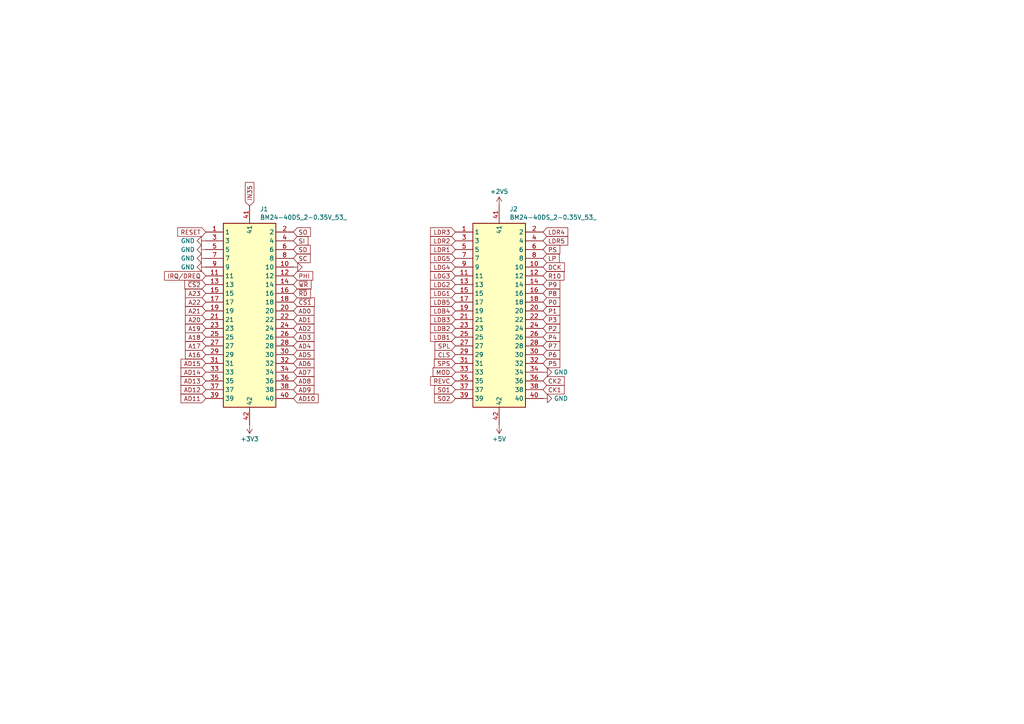
<source format=kicad_sch>
(kicad_sch (version 20231120) (generator "eeschema") (generator_version "8.0")
  (paper "A4")
  (lib_symbols
    (symbol "BM24-40DS_2-0.35V_53__1"
      (property "Reference" "J1" (at 0.9355 3.0165 90))
      (property "Value" "BM24-40DS_2-0.35V_53_" (at 3.3598 3.0165 90))
      (symbol "BM24-40DS_2-0.35V_53__1_1_1"
        (rectangle (start 5.08 7.62) (end 58.42 -7.62) (stroke (width 0.254)) (fill (type background)))
        (pin passive line (at 7.62 -12.7 90) (length 5.08) (name "1") (number "1"))
        (pin passive line (at 17.78 12.7 270) (length 5.08) (name "10") (number "10"))
        (pin passive line (at 20.32 -12.7 90) (length 5.08) (name "11") (number "11"))
        (pin passive line (at 20.32 12.7 270) (length 5.08) (name "12") (number "12"))
        (pin passive line (at 22.86 -12.7 90) (length 5.08) (name "13") (number "13"))
        (pin passive line (at 22.86 12.7 270) (length 5.08) (name "14") (number "14"))
        (pin passive line (at 25.4 -12.7 90) (length 5.08) (name "15") (number "15"))
        (pin passive line (at 25.4 12.7 270) (length 5.08) (name "16") (number "16"))
        (pin passive line (at 27.94 -12.7 90) (length 5.08) (name "17") (number "17"))
        (pin passive line (at 27.94 12.7 270) (length 5.08) (name "18") (number "18"))
        (pin passive line (at 30.48 -12.7 90) (length 5.08) (name "19") (number "19"))
        (pin passive line (at 7.62 12.7 270) (length 5.08) (name "2") (number "2"))
        (pin passive line (at 30.48 12.7 270) (length 5.08) (name "20") (number "20"))
        (pin passive line (at 33.02 -12.7 90) (length 5.08) (name "21") (number "21"))
        (pin passive line (at 33.02 12.7 270) (length 5.08) (name "22") (number "22"))
        (pin passive line (at 35.56 -12.7 90) (length 5.08) (name "23") (number "23"))
        (pin passive line (at 35.56 12.7 270) (length 5.08) (name "24") (number "24"))
        (pin passive line (at 38.1 -12.7 90) (length 5.08) (name "25") (number "25"))
        (pin passive line (at 38.1 12.7 270) (length 5.08) (name "26") (number "26"))
        (pin passive line (at 40.64 -12.7 90) (length 5.08) (name "27") (number "27"))
        (pin passive line (at 40.64 12.7 270) (length 5.08) (name "28") (number "28"))
        (pin passive line (at 43.18 -12.7 90) (length 5.08) (name "29") (number "29"))
        (pin passive line (at 10.16 -12.7 90) (length 5.08) (name "3") (number "3"))
        (pin passive line (at 43.18 12.7 270) (length 5.08) (name "30") (number "30"))
        (pin passive line (at 45.72 -12.7 90) (length 5.08) (name "31") (number "31"))
        (pin passive line (at 45.72 12.7 270) (length 5.08) (name "32") (number "32"))
        (pin passive line (at 48.26 -12.7 90) (length 5.08) (name "33") (number "33"))
        (pin passive line (at 48.26 12.7 270) (length 5.08) (name "34") (number "34"))
        (pin passive line (at 50.8 -12.7 90) (length 5.08) (name "35") (number "35"))
        (pin passive line (at 50.8 12.7 270) (length 5.08) (name "36") (number "36"))
        (pin passive line (at 53.34 -12.7 90) (length 5.08) (name "37") (number "37"))
        (pin passive line (at 53.34 12.7 270) (length 5.08) (name "38") (number "38"))
        (pin passive line (at 55.88 -12.7 90) (length 5.08) (name "39") (number "39"))
        (pin passive line (at 10.16 12.7 270) (length 5.08) (name "4") (number "4"))
        (pin passive line (at 55.88 12.7 270) (length 5.08) (name "40") (number "40"))
        (pin passive line (at 0 0 0) (length 5.08) (name "41") (number "41"))
        (pin passive line (at 63.5 0 180) (length 5.08) (name "42") (number "42"))
        (pin passive line (at 12.7 -12.7 90) (length 5.08) (name "5") (number "5"))
        (pin passive line (at 12.7 12.7 270) (length 5.08) (name "6") (number "6"))
        (pin passive line (at 15.24 -12.7 90) (length 5.08) (name "7") (number "7"))
        (pin passive line (at 15.24 12.7 270) (length 5.08) (name "8") (number "8"))
        (pin passive line (at 17.78 -12.7 90) (length 5.08) (name "9") (number "9"))
      )
    )
    (symbol "power:+2V5" (power) (pin_numbers hide) (pin_names (offset 0) hide)
      (property "Value" "+2V5" (at 0 3.556 0))
      (symbol "+2V5_0_1"
        (polyline (pts (xy -0.762 1.27) (xy 0 2.54)))
        (polyline (pts (xy 0 0) (xy 0 2.54)))
        (polyline (pts (xy 0 2.54) (xy 0.762 1.27)))
      )
      (symbol "+2V5_1_1"
        (pin power_in line (at 0 0 90) (length 0) (name "~") (number "1"))
      )
    )
    (symbol "power:+3V3" (power) (pin_numbers hide) (pin_names (offset 0) hide)
      (property "Value" "+3V3" (at 0 3.556 0))
      (symbol "+3V3_0_1"
        (polyline (pts (xy -0.762 1.27) (xy 0 2.54)))
        (polyline (pts (xy 0 0) (xy 0 2.54)))
        (polyline (pts (xy 0 2.54) (xy 0.762 1.27)))
      )
      (symbol "+3V3_1_1"
        (pin power_in line (at 0 0 90) (length 0) (name "~") (number "1"))
      )
    )
    (symbol "power:+5V" (power) (pin_numbers hide) (pin_names (offset 0) hide)
      (property "Value" "+5V" (at 0 3.556 0))
      (symbol "+5V_0_1"
        (polyline (pts (xy -0.762 1.27) (xy 0 2.54)))
        (polyline (pts (xy 0 0) (xy 0 2.54)))
        (polyline (pts (xy 0 2.54) (xy 0.762 1.27)))
      )
      (symbol "+5V_1_1"
        (pin power_in line (at 0 0 90) (length 0) (name "~") (number "1"))
      )
    )
    (symbol "power:GND" (power) (pin_numbers hide) (pin_names (offset 0) hide)
      (property "Value" "GND" (at 0 -3.81 0))
      (symbol "GND_0_1"
        (polyline (pts (xy 0 0) (xy 0 -1.27) (xy 1.27 -1.27) (xy 0 -2.54) (xy -1.27 -1.27) (xy 0 -1.27)))
      )
      (symbol "GND_1_1"
        (pin power_in line (at 0 0 270) (length 0) (name "~") (number "1"))
      )
    )
  )
  (global_label "P9" (shape input) (at 157.48 82.55 0) (property "Intersheetrefs" "${INTERSHEET_REFS}" (effects (hide yes))))
  (global_label "A23" (shape input) (at 59.69 85.09 180) (property "Intersheetrefs" "${INTERSHEET_REFS}" (effects (hide yes))))
  (global_label "S02" (shape input) (at 132.08 115.57 180) (property "Intersheetrefs" "${INTERSHEET_REFS}" (effects (hide yes))))
  (global_label "LDR3" (shape input) (at 132.08 67.31 180) (property "Intersheetrefs" "${INTERSHEET_REFS}" (effects (hide yes))))
  (global_label "P4" (shape input) (at 157.48 97.79 0) (property "Intersheetrefs" "${INTERSHEET_REFS}" (effects (hide yes))))
  (global_label "A20" (shape input) (at 59.69 92.71 180) (property "Intersheetrefs" "${INTERSHEET_REFS}" (effects (hide yes))))
  (global_label "LDB5" (shape input) (at 132.08 87.63 180) (property "Intersheetrefs" "${INTERSHEET_REFS}" (effects (hide yes))))
  (global_label "LDG5" (shape input) (at 132.08 74.93 180) (property "Intersheetrefs" "${INTERSHEET_REFS}" (effects (hide yes))))
  (global_label "MOD" (shape input) (at 132.08 107.95 180) (property "Intersheetrefs" "${INTERSHEET_REFS}" (effects (hide yes))))
  (global_label "~{RD}" (shape input) (at 85.09 85.09 0) (property "Intersheetrefs" "${INTERSHEET_REFS}" (effects (hide yes))))
  (global_label "SD" (shape input) (at 85.09 72.39 0) (property "Intersheetrefs" "${INTERSHEET_REFS}" (effects (hide yes))))
  (global_label "AD3" (shape input) (at 85.09 97.79 0) (property "Intersheetrefs" "${INTERSHEET_REFS}" (effects (hide yes))))
  (global_label "PHI" (shape input) (at 85.09 80.01 0) (property "Intersheetrefs" "${INTERSHEET_REFS}" (effects (hide yes))))
  (global_label "LDB3" (shape input) (at 132.08 92.71 180) (property "Intersheetrefs" "${INTERSHEET_REFS}" (effects (hide yes))))
  (global_label "CK1" (shape input) (at 157.48 113.03 0) (property "Intersheetrefs" "${INTERSHEET_REFS}" (effects (hide yes))))
  (global_label "A16" (shape input) (at 59.69 102.87 180) (property "Intersheetrefs" "${INTERSHEET_REFS}" (effects (hide yes))))
  (global_label "AD6" (shape input) (at 85.09 105.41 0) (property "Intersheetrefs" "${INTERSHEET_REFS}" (effects (hide yes))))
  (global_label "AD9" (shape input) (at 85.09 113.03 0) (property "Intersheetrefs" "${INTERSHEET_REFS}" (effects (hide yes))))
  (global_label "AD0" (shape input) (at 85.09 90.17 0) (property "Intersheetrefs" "${INTERSHEET_REFS}" (effects (hide yes))))
  (global_label "~{CS2}" (shape input) (at 59.69 82.55 180) (property "Intersheetrefs" "${INTERSHEET_REFS}" (effects (hide yes))))
  (global_label "DCK" (shape input) (at 157.48 77.47 0) (property "Intersheetrefs" "${INTERSHEET_REFS}" (effects (hide yes))))
  (global_label "LDB2" (shape input) (at 132.08 95.25 180) (property "Intersheetrefs" "${INTERSHEET_REFS}" (effects (hide yes))))
  (global_label "~{CS1}" (shape input) (at 85.09 87.63 0) (property "Intersheetrefs" "${INTERSHEET_REFS}" (effects (hide yes))))
  (global_label "LDR5" (shape input) (at 157.48 69.85 0) (property "Intersheetrefs" "${INTERSHEET_REFS}" (effects (hide yes))))
  (global_label "AD8" (shape input) (at 85.09 110.49 0) (property "Intersheetrefs" "${INTERSHEET_REFS}" (effects (hide yes))))
  (global_label "A18" (shape input) (at 59.69 97.79 180) (property "Intersheetrefs" "${INTERSHEET_REFS}" (effects (hide yes))))
  (global_label "AD12" (shape input) (at 59.69 113.03 180) (property "Intersheetrefs" "${INTERSHEET_REFS}" (effects (hide yes))))
  (global_label "AD14" (shape input) (at 59.69 107.95 180) (property "Intersheetrefs" "${INTERSHEET_REFS}" (effects (hide yes))))
  (global_label "SO" (shape input) (at 85.09 67.31 0) (property "Intersheetrefs" "${INTERSHEET_REFS}" (effects (hide yes))))
  (global_label "LDG4" (shape input) (at 132.08 77.47 180) (property "Intersheetrefs" "${INTERSHEET_REFS}" (effects (hide yes))))
  (global_label "LDR4" (shape input) (at 157.48 67.31 0) (property "Intersheetrefs" "${INTERSHEET_REFS}" (effects (hide yes))))
  (global_label "REVC" (shape input) (at 132.08 110.49 180) (property "Intersheetrefs" "${INTERSHEET_REFS}" (effects (hide yes))))
  (global_label "AD15" (shape input) (at 59.69 105.41 180) (property "Intersheetrefs" "${INTERSHEET_REFS}" (effects (hide yes))))
  (global_label "P1" (shape input) (at 157.48 90.17 0) (property "Intersheetrefs" "${INTERSHEET_REFS}" (effects (hide yes))))
  (global_label "AD1" (shape input) (at 85.09 92.71 0) (property "Intersheetrefs" "${INTERSHEET_REFS}" (effects (hide yes))))
  (global_label "P5" (shape input) (at 157.48 105.41 0) (property "Intersheetrefs" "${INTERSHEET_REFS}" (effects (hide yes))))
  (global_label "AD4" (shape input) (at 85.09 100.33 0) (property "Intersheetrefs" "${INTERSHEET_REFS}" (effects (hide yes))))
  (global_label "LDG1" (shape input) (at 132.08 85.09 180) (property "Intersheetrefs" "${INTERSHEET_REFS}" (effects (hide yes))))
  (global_label "LDR2" (shape input) (at 132.08 69.85 180) (property "Intersheetrefs" "${INTERSHEET_REFS}" (effects (hide yes))))
  (global_label "RESET" (shape input) (at 59.69 67.31 180) (property "Intersheetrefs" "${INTERSHEET_REFS}" (effects (hide yes))))
  (global_label "LDB1" (shape input) (at 132.08 97.79 180) (property "Intersheetrefs" "${INTERSHEET_REFS}" (effects (hide yes))))
  (global_label "SI" (shape input) (at 85.09 69.85 0) (property "Intersheetrefs" "${INTERSHEET_REFS}" (effects (hide yes))))
  (global_label "P0" (shape input) (at 157.48 87.63 0) (property "Intersheetrefs" "${INTERSHEET_REFS}" (effects (hide yes))))
  (global_label "P2" (shape input) (at 157.48 95.25 0) (property "Intersheetrefs" "${INTERSHEET_REFS}" (effects (hide yes))))
  (global_label "CK2" (shape input) (at 157.48 110.49 0) (property "Intersheetrefs" "${INTERSHEET_REFS}" (effects (hide yes))))
  (global_label "SC" (shape input) (at 85.09 74.93 0) (property "Intersheetrefs" "${INTERSHEET_REFS}" (effects (hide yes))))
  (global_label "AD13" (shape input) (at 59.69 110.49 180) (property "Intersheetrefs" "${INTERSHEET_REFS}" (effects (hide yes))))
  (global_label "CLS" (shape input) (at 132.08 102.87 180) (property "Intersheetrefs" "${INTERSHEET_REFS}" (effects (hide yes))))
  (global_label "AD2" (shape input) (at 85.09 95.25 0) (property "Intersheetrefs" "${INTERSHEET_REFS}" (effects (hide yes))))
  (global_label "A21" (shape input) (at 59.69 90.17 180) (property "Intersheetrefs" "${INTERSHEET_REFS}" (effects (hide yes))))
  (global_label "P3" (shape input) (at 157.48 92.71 0) (property "Intersheetrefs" "${INTERSHEET_REFS}" (effects (hide yes))))
  (global_label "AD7" (shape input) (at 85.09 107.95 0) (property "Intersheetrefs" "${INTERSHEET_REFS}" (effects (hide yes))))
  (global_label "A22" (shape input) (at 59.69 87.63 180) (property "Intersheetrefs" "${INTERSHEET_REFS}" (effects (hide yes))))
  (global_label "A17" (shape input) (at 59.69 100.33 180) (property "Intersheetrefs" "${INTERSHEET_REFS}" (effects (hide yes))))
  (global_label "P7" (shape input) (at 157.48 100.33 0) (property "Intersheetrefs" "${INTERSHEET_REFS}" (effects (hide yes))))
  (global_label "AD5" (shape input) (at 85.09 102.87 0) (property "Intersheetrefs" "${INTERSHEET_REFS}" (effects (hide yes))))
  (global_label "SPL" (shape input) (at 132.08 100.33 180) (property "Intersheetrefs" "${INTERSHEET_REFS}" (effects (hide yes))))
  (global_label "P8" (shape input) (at 157.48 85.09 0) (property "Intersheetrefs" "${INTERSHEET_REFS}" (effects (hide yes))))
  (global_label "LDG3" (shape input) (at 132.08 80.01 180) (property "Intersheetrefs" "${INTERSHEET_REFS}" (effects (hide yes))))
  (global_label "LDG2" (shape input) (at 132.08 82.55 180) (property "Intersheetrefs" "${INTERSHEET_REFS}" (effects (hide yes))))
  (global_label "A19" (shape input) (at 59.69 95.25 180) (property "Intersheetrefs" "${INTERSHEET_REFS}" (effects (hide yes))))
  (global_label "R10" (shape input) (at 157.48 80.01 0) (property "Intersheetrefs" "${INTERSHEET_REFS}" (effects (hide yes))))
  (global_label "SPS" (shape input) (at 132.08 105.41 180) (property "Intersheetrefs" "${INTERSHEET_REFS}" (effects (hide yes))))
  (global_label "AD10" (shape input) (at 85.09 115.57 0) (property "Intersheetrefs" "${INTERSHEET_REFS}" (effects (hide yes))))
  (global_label "P6" (shape input) (at 157.48 102.87 0) (property "Intersheetrefs" "${INTERSHEET_REFS}" (effects (hide yes))))
  (global_label "PS" (shape input) (at 157.48 72.39 0) (property "Intersheetrefs" "${INTERSHEET_REFS}" (effects (hide yes))))
  (global_label "AD11" (shape input) (at 59.69 115.57 180) (property "Intersheetrefs" "${INTERSHEET_REFS}" (effects (hide yes))))
  (global_label "S01" (shape input) (at 132.08 113.03 180) (property "Intersheetrefs" "${INTERSHEET_REFS}" (effects (hide yes))))
  (global_label "~{WR}" (shape input) (at 85.09 82.55 0) (property "Intersheetrefs" "${INTERSHEET_REFS}" (effects (hide yes))))
  (global_label "IN35" (shape input) (at 72.39 59.69 90) (property "Intersheetrefs" "${INTERSHEET_REFS}" (effects (hide yes))))
  (global_label "LDB4" (shape input) (at 132.08 90.17 180) (property "Intersheetrefs" "${INTERSHEET_REFS}" (effects (hide yes))))
  (global_label "LP" (shape input) (at 157.48 74.93 0) (property "Intersheetrefs" "${INTERSHEET_REFS}" (effects (hide yes))))
  (global_label "IRQ{slash}DREQ" (shape input) (at 59.69 80.01 180) (property "Intersheetrefs" "${INTERSHEET_REFS}" (effects (hide yes))))
  (global_label "LDR1" (shape input) (at 132.08 72.39 180) (property "Intersheetrefs" "${INTERSHEET_REFS}" (effects (hide yes))))
  (symbol (lib_id "power:GND") (at 85.09 77.47 90) (unit 1)
    (property "Reference" "#PWR08" (effects (hide yes)))
    (property "Value" "GND" (effects (hide yes)))
    (property "Description" "Power symbol creates a global label with name \"GND\" , ground" (effects (hide yes)))
  )
  (symbol (lib_name "BM24-40DS_2-0.35V_53__1") (lib_id "BM24-40:BM24-40DS_2-0.35V_53_") (at 144.78 59.69 270) (unit 1)
    (property "Reference" "J2" (at 147.7965 60.6255 90) (effects (justify left)))
    (property "Value" "BM24-40DS_2-0.35V_53_" (at 147.7965 63.0498 90) (effects (justify left)))
    (property "Footprint" "Connector_Hirose:Hirose_BM24_BM24-40DS-2-0.35V_2x20_P0.35mm_PowerPin2_Vertical" (effects (hide yes)))
    (property "Datasheet" "https://www.hirose.com/en/product/document?clcode=CL0677-2010-0-53&productname=BM24-40DS%2f2-0.35V(53)&series=BM24&documenttype=2DDrawing&lang=en&documentid=0001166555" (effects (hide yes)))
    (property "Description" "CONN SOCKET 40POS SMD GOLD" (effects (hide yes)))
    (property "Height" "0.9" (effects (hide yes)))
    (property "Manufacturer_Name" "Hirose" (effects (hide yes)))
    (property "Manufacturer_Part_Number" "BM24-40DS/2-0.35V(53)" (effects (hide yes)))
    (property "Mouser Part Number" "798-BM2440DS20.35V53" (effects (hide yes)))
    (property "Mouser Price/Stock" "https://www.mouser.co.uk/ProductDetail/Hirose-Connector/BM24-40DS-2-0.35V53?qs=c8NFF48pVsBxiWngIa8Cog%3D%3D" (effects (hide yes)))
  )
  (symbol (lib_id "power:+2V5") (at 144.78 59.69 0) (unit 1)
    (property "Reference" "#PWR05" (effects (hide yes)))
    (property "Value" "+2V5" (at 144.78 55.5569 0))
    (property "Description" "Power symbol creates a global label with name \"+2V5\"" (effects (hide yes)))
  )
  (symbol (lib_id "power:GND") (at 59.69 72.39 270) (unit 1)
    (property "Reference" "#PWR09" (effects (hide yes)))
    (property "Value" "GND" (at 56.515 72.39 90) (effects (justify right)))
    (property "Description" "Power symbol creates a global label with name \"GND\" , ground" (effects (hide yes)))
  )
  (symbol (lib_id "power:GND") (at 59.69 77.47 270) (unit 1)
    (property "Reference" "#PWR012" (effects (hide yes)))
    (property "Value" "GND" (at 56.5151 77.47 90) (effects (justify right)))
    (property "Description" "Power symbol creates a global label with name \"GND\" , ground" (effects (hide yes)))
  )
  (symbol (lib_id "power:+5V") (at 144.78 123.19 180) (unit 1)
    (property "Reference" "#PWR06" (effects (hide yes)))
    (property "Value" "+5V" (at 144.78 127.3231 0))
    (property "Description" "Power symbol creates a global label with name \"+5V\"" (effects (hide yes)))
  )
  (symbol (lib_id "power:+3V3") (at 72.39 123.19 180) (unit 1)
    (property "Reference" "#PWR011" (effects (hide yes)))
    (property "Value" "+3V3" (at 72.39 127.3231 0))
    (property "Description" "Power symbol creates a global label with name \"+3V3\"" (effects (hide yes)))
  )
  (symbol (lib_id "power:GND") (at 157.48 107.95 90) (unit 1)
    (property "Reference" "#PWR01" (effects (hide yes)))
    (property "Value" "GND" (at 160.655 107.95 90) (effects (justify right)))
    (property "Description" "Power symbol creates a global label with name \"GND\" , ground" (effects (hide yes)))
  )
  (symbol (lib_id "power:GND") (at 59.69 69.85 270) (unit 1)
    (property "Reference" "#PWR07" (effects (hide yes)))
    (property "Value" "GND" (at 56.5151 69.85 90) (effects (justify right)))
    (property "Description" "Power symbol creates a global label with name \"GND\" , ground" (effects (hide yes)))
  )
  (symbol (lib_name "BM24-40DS_2-0.35V_53__1") (lib_id "BM24-40:BM24-40DS_2-0.35V_53_") (at 72.39 59.69 270) (unit 1)
    (property "Reference" "J1" (at 75.4065 60.6255 90) (effects (justify left)))
    (property "Value" "BM24-40DS_2-0.35V_53_" (at 75.4065 63.0498 90) (effects (justify left)))
    (property "Footprint" "Connector_Hirose:Hirose_BM24_BM24-40DS-2-0.35V_2x20_P0.35mm_PowerPin2_Vertical" (effects (hide yes)))
    (property "Datasheet" "https://www.hirose.com/en/product/document?clcode=CL0677-2010-0-53&productname=BM24-40DS%2f2-0.35V(53)&series=BM24&documenttype=2DDrawing&lang=en&documentid=0001166555" (effects (hide yes)))
    (property "Description" "CONN SOCKET 40POS SMD GOLD" (effects (hide yes)))
    (property "Height" "0.9" (effects (hide yes)))
    (property "Manufacturer_Name" "Hirose" (effects (hide yes)))
    (property "Manufacturer_Part_Number" "BM24-40DS/2-0.35V(53)" (effects (hide yes)))
    (property "Mouser Part Number" "798-BM2440DS20.35V53" (effects (hide yes)))
    (property "Mouser Price/Stock" "https://www.mouser.co.uk/ProductDetail/Hirose-Connector/BM24-40DS-2-0.35V53?qs=c8NFF48pVsBxiWngIa8Cog%3D%3D" (effects (hide yes)))
  )
  (symbol (lib_id "power:GND") (at 157.48 115.57 90) (unit 1)
    (property "Reference" "#PWR02" (effects (hide yes)))
    (property "Value" "GND" (at 160.655 115.57 90) (effects (justify right)))
    (property "Description" "Power symbol creates a global label with name \"GND\" , ground" (effects (hide yes)))
  )
  (symbol (lib_id "power:GND") (at 59.69 74.93 270) (unit 1)
    (property "Reference" "#PWR010" (effects (hide yes)))
    (property "Value" "GND" (at 56.515 74.93 90) (effects (justify right)))
    (property "Description" "Power symbol creates a global label with name \"GND\" , ground" (effects (hide yes)))
  )
)
</source>
